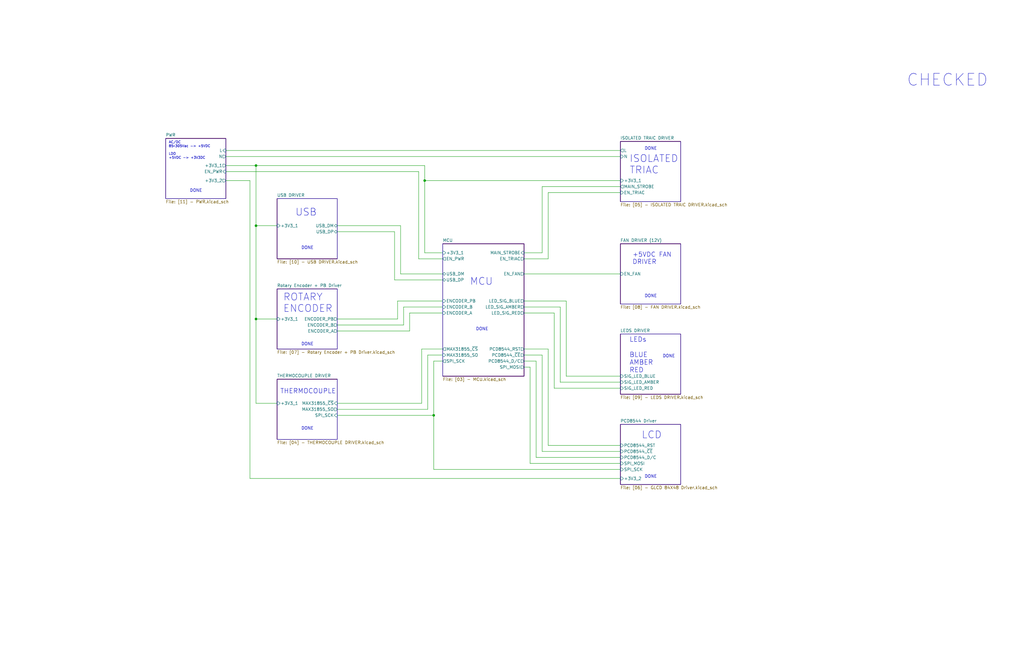
<source format=kicad_sch>
(kicad_sch (version 20230121) (generator eeschema)
  (paper "B")
  (lib_symbols)
  (junction (at 107.95 95.25))
  (junction (at 179.07 76.2))
  (junction (at 107.95 69.85))
  (junction (at 182.88 175.26))
  (junction (at 107.95 134.62))
  (wire (pts (xy 223.52 195.58) (xy 261.62 195.58)))
  (wire (pts (xy 228.6 149.86) (xy 228.6 190.5)))
  (wire (pts (xy 142.24 137.16) (xy 170.18 137.16)))
  (wire (pts (xy 179.07 76.2) (xy 261.62 76.2)))
  (wire (pts (xy 95.25 66.04) (xy 261.62 66.04)))
  (wire (pts (xy 228.6 106.68) (xy 228.6 78.74)))
  (wire (pts (xy 238.76 127) (xy 238.76 158.75)))
  (wire (pts (xy 261.62 161.29) (xy 236.22 161.29)))
  (wire (pts (xy 142.24 134.62) (xy 167.64 134.62)))
  (wire (pts (xy 142.24 139.7) (xy 172.72 139.7)))
  (wire (pts (xy 167.64 127) (xy 186.69 127)))
  (wire (pts (xy 95.25 63.5) (xy 261.62 63.5)))
  (wire (pts (xy 168.91 115.57) (xy 186.69 115.57)))
  (wire (pts (xy 186.69 149.86) (xy 180.34 149.86)))
  (wire (pts (xy 105.41 76.2) (xy 105.41 201.93)))
  (wire (pts (xy 107.95 95.25) (xy 116.84 95.25)))
  (wire (pts (xy 179.07 69.85) (xy 179.07 76.2)))
  (wire (pts (xy 176.53 109.22) (xy 186.69 109.22)))
  (wire (pts (xy 142.24 95.25) (xy 168.91 95.25)))
  (wire (pts (xy 186.69 118.11) (xy 166.37 118.11)))
  (wire (pts (xy 182.88 175.26) (xy 142.24 175.26)))
  (wire (pts (xy 228.6 190.5) (xy 261.62 190.5)))
  (wire (pts (xy 172.72 132.08) (xy 186.69 132.08)))
  (wire (pts (xy 231.14 187.96) (xy 261.62 187.96)))
  (wire (pts (xy 176.53 72.39) (xy 176.53 109.22)))
  (wire (pts (xy 95.25 72.39) (xy 176.53 72.39)))
  (wire (pts (xy 167.64 134.62) (xy 167.64 127)))
  (wire (pts (xy 220.98 152.4) (xy 226.06 152.4)))
  (wire (pts (xy 168.91 95.25) (xy 168.91 115.57)))
  (wire (pts (xy 220.98 106.68) (xy 228.6 106.68)))
  (wire (pts (xy 177.8 147.32) (xy 177.8 170.18)))
  (wire (pts (xy 170.18 129.54) (xy 186.69 129.54)))
  (wire (pts (xy 233.68 163.83) (xy 233.68 132.08)))
  (wire (pts (xy 220.98 115.57) (xy 261.62 115.57)))
  (wire (pts (xy 182.88 198.12) (xy 182.88 175.26)))
  (wire (pts (xy 105.41 201.93) (xy 261.62 201.93)))
  (wire (pts (xy 236.22 161.29) (xy 236.22 129.54)))
  (wire (pts (xy 226.06 193.04) (xy 261.62 193.04)))
  (wire (pts (xy 220.98 129.54) (xy 236.22 129.54)))
  (wire (pts (xy 166.37 97.79) (xy 142.24 97.79)))
  (wire (pts (xy 231.14 109.22) (xy 231.14 81.28)))
  (wire (pts (xy 182.88 152.4) (xy 182.88 175.26)))
  (wire (pts (xy 220.98 127) (xy 238.76 127)))
  (wire (pts (xy 226.06 152.4) (xy 226.06 193.04)))
  (wire (pts (xy 107.95 134.62) (xy 107.95 95.25)))
  (wire (pts (xy 107.95 95.25) (xy 107.95 69.85)))
  (wire (pts (xy 261.62 163.83) (xy 233.68 163.83)))
  (wire (pts (xy 220.98 149.86) (xy 228.6 149.86)))
  (wire (pts (xy 107.95 134.62) (xy 116.84 134.62)))
  (wire (pts (xy 107.95 69.85) (xy 179.07 69.85)))
  (wire (pts (xy 166.37 118.11) (xy 166.37 97.79)))
  (wire (pts (xy 231.14 81.28) (xy 261.62 81.28)))
  (wire (pts (xy 223.52 154.94) (xy 223.52 195.58)))
  (wire (pts (xy 172.72 139.7) (xy 172.72 132.08)))
  (wire (pts (xy 180.34 149.86) (xy 180.34 172.72)))
  (wire (pts (xy 186.69 147.32) (xy 177.8 147.32)))
  (wire (pts (xy 116.84 170.18) (xy 107.95 170.18)))
  (wire (pts (xy 220.98 109.22) (xy 231.14 109.22)))
  (wire (pts (xy 228.6 78.74) (xy 261.62 78.74)))
  (wire (pts (xy 107.95 170.18) (xy 107.95 134.62)))
  (wire (pts (xy 238.76 158.75) (xy 261.62 158.75)))
  (wire (pts (xy 231.14 147.32) (xy 231.14 187.96)))
  (wire (pts (xy 220.98 147.32) (xy 231.14 147.32)))
  (wire (pts (xy 233.68 132.08) (xy 220.98 132.08)))
  (wire (pts (xy 95.25 76.2) (xy 105.41 76.2)))
  (wire (pts (xy 179.07 76.2) (xy 179.07 106.68)))
  (wire (pts (xy 261.62 198.12) (xy 182.88 198.12)))
  (wire (pts (xy 177.8 170.18) (xy 142.24 170.18)))
  (wire (pts (xy 220.98 154.94) (xy 223.52 154.94)))
  (wire (pts (xy 179.07 106.68) (xy 186.69 106.68)))
  (wire (pts (xy 186.69 152.4) (xy 182.88 152.4)))
  (wire (pts (xy 170.18 137.16) (xy 170.18 129.54)))
  (wire (pts (xy 95.25 69.85) (xy 107.95 69.85)))
  (wire (pts (xy 180.34 172.72) (xy 142.24 172.72)))
  (rectangle (start 69.85 58.42) (end 95.25 83.82))
  (rectangle (start 261.62 140.97) (end 287.02 166.37))
  (rectangle (start 116.84 160.02) (end 142.24 185.42))
  (rectangle (start 261.62 59.69) (end 287.02 85.09))
  (rectangle (start 116.84 83.82) (end 142.24 109.22))
  (rectangle (start 116.84 121.92) (end 142.24 147.32))
  (rectangle (start 261.62 179.07) (end 287.02 204.47))
  (rectangle (start 261.62 102.87) (end 287.02 128.27))
  (rectangle (start 186.69 102.87) (end 220.98 158.75))
  (text "DONE" (at 127 181.61 0) (effects (font (size 1.27 1.27)) (justify left bottom)))
  (text "DONE" (at 127 146.05 0) (effects (font (size 1.27 1.27)) (justify left bottom)))
  (text "MCU" (at 198.12 120.65 0) (effects (font (size 3 3)) (justify left bottom)))
  (text "THERMOCOUPLE\n" (at 118.11 166.37 0) (effects (font (size 2 2)) (justify left bottom)))
  (text "AC/DC\n85~305Vac -> +5VDC\n\nLDO\n+5VDC -> +3V3DC" (at 71.12 67.31 0) (effects (font (size 1.016 1.016)) (justify left bottom)))
  (text "CHECKED" (at 382.27 36.83 0) (effects (font (size 5 5)) (justify left bottom)))
  (text "DONE" (at 200.66 139.7 0) (effects (font (size 1.27 1.27)) (justify left bottom)))
  (text "DONE" (at 279.4 151.13 0) (effects (font (size 1.27 1.27)) (justify left bottom)))
  (text "USB" (at 124.46 91.44 0) (effects (font (size 3 3)) (justify left bottom)))
  (text "DONE" (at 271.78 125.73 0) (effects (font (size 1.27 1.27)) (justify left bottom)))
  (text "LCD" (at 270.51 185.42 0) (effects (font (size 3 3)) (justify left bottom)))
  (text "DONE" (at 271.78 201.93 0) (effects (font (size 1.27 1.27)) (justify left bottom)))
  (text "DONE" (at 80.01 81.28 0) (effects (font (size 1.27 1.27)) (justify left bottom)))
  (text "ROTARY\nENCODER" (at 119.38 132.08 0) (effects (font (size 3 3)) (justify left bottom)))
  (text "ISOLATED\nTRIAC" (at 265.43 73.66 0) (effects (font (size 3 3)) (justify left bottom)))
  (text "LEDs\n\nBLUE\nAMBER\nRED" (at 265.43 157.48 0) (effects (font (size 2 2)) (justify left bottom)))
  (text "DONE" (at 127 105.41 0) (effects (font (size 1.27 1.27)) (justify left bottom)))
  (text "+5VDC FAN\nDRIVER" (at 266.7 111.76 0) (effects (font (size 1.905 1.905)) (justify left bottom)))
  (text "DONE" (at 271.78 63.5 0) (effects (font (size 1.27 1.27)) (justify left bottom)))
  (sheet (at 116.84 83.82) (size 25.4 25.4) (stroke (width 0.1524))
    (property "Sheetname" "USB DRIVER" (at 116.84 83.1084 0) (effects (justify left bottom)))
    (property "Sheetfile" "[10] - USB DRIVER.kicad_sch" (at 116.84 109.8046 0) (effects (justify left top)))
    (pin "USB_DP" bidirectional (at 142.24 97.79 0))
    (pin "USB_DM" bidirectional (at 142.24 95.25 0))
    (pin "+3V3_1" input (at 116.84 95.25 180))
  )
  (sheet (at 261.62 140.97) (size 25.4 25.4) (stroke (width 0.1524))
    (property "Sheetname" "LEDS DRIVER" (at 261.62 140.2584 0) (effects (justify left bottom)))
    (property "Sheetfile" "[09] - LEDS DRIVER.kicad_sch" (at 261.62 166.9546 0) (effects (justify left top)))
    (pin "SIG_LED_BLUE" input (at 261.62 158.75 180))
    (pin "SIG_LED_AMBER" input (at 261.62 161.29 180))
    (pin "SIG_LED_RED" input (at 261.62 163.83 180))
  )
  (sheet (at 69.85 58.42) (size 25.4 25.4) (stroke (width 0.1524))
    (property "Sheetname" "PWR " (at 69.85 57.7084 0) (effects (justify left bottom)))
    (property "Sheetfile" "[11] - PWR.kicad_sch" (at 69.85 84.4046 0) (effects (justify left top)))
    (pin "+3V3_2" output (at 95.25 76.2 0))
    (pin "+3V3_1" output (at 95.25 69.85 0))
    (pin "N" output (at 95.25 66.04 0))
    (pin "L" input (at 95.25 63.5 0))
    (pin "EN_PWR" input (at 95.25 72.39 0))
  )
  (sheet (at 261.62 179.07) (size 25.4 25.4) (stroke (width 0.1524))
    (property "Sheetname" "PCD8544 Driver" (at 261.62 178.3584 0) (effects (justify left bottom)))
    (property "Sheetfile" "[06] - GLCD 84X48 Driver.kicad_sch" (at 261.62 205.0546 0) (effects (justify left top)))
    (pin "PCD8544_RST" input (at 261.62 187.96 180))
    (pin "SPI_MOSI" input (at 261.62 195.58 180))
    (pin "PCD8544_~{CE}" input (at 261.62 190.5 180))
    (pin "PCD8544_D{slash}C" input (at 261.62 193.04 180))
    (pin "SPI_SCK" input (at 261.62 198.12 180))
    (pin "+3V3_2" input (at 261.62 201.93 180))
  )
  (sheet (at 116.84 160.02) (size 25.4 25.4) (stroke (width 0.1524))
    (property "Sheetname" "THERMOCOUPLE DRIVER" (at 116.84 159.3084 0) (effects (justify left bottom)))
    (property "Sheetfile" "[04] - THERMOCOUPLE DRIVER.kicad_sch" (at 116.84 186.0046 0) (effects (justify left top)))
    (pin "+3V3_1" input (at 116.84 170.18 180))
    (pin "SPI_SCK" input (at 142.24 175.26 0))
    (pin "MAX31855_SO" output (at 142.24 172.72 0))
    (pin "MAX31855_~{CS}" input (at 142.24 170.18 0))
  )
  (sheet (at 261.62 102.87) (size 25.4 25.4) (stroke (width 0.1524))
    (property "Sheetname" "FAN DRIVER (12V)" (at 261.62 102.1584 0) (effects (justify left bottom)))
    (property "Sheetfile" "[08] - FAN DRIVER.kicad_sch" (at 261.62 128.8546 0) (effects (justify left top)))
    (pin "EN_FAN" input (at 261.62 115.57 180))
  )
  (sheet (at 261.62 59.69) (size 25.4 25.4) (stroke (width 0.1524))
    (property "Sheetname" "ISOLATED TRAIC DRIVER" (at 261.62 58.9784 0) (effects (justify left bottom)))
    (property "Sheetfile" "[05] - ISOLATED TRAIC DRIVER.kicad_sch" (at 261.62 85.6746 0) (effects (justify left top)))
    (pin "EN_TRIAC" input (at 261.62 81.28 180))
    (pin "MAIN_STROBE" output (at 261.62 78.74 180))
    (pin "N" input (at 261.62 66.04 180))
    (pin "L" output (at 261.62 63.5 180))
    (pin "+3V3_1" input (at 261.62 76.2 180))
  )
  (sheet (at 116.84 121.92) (size 25.4 25.4) (stroke (width 0.1524))
    (property "Sheetname" "Rotary Encoder + PB Driver" (at 116.84 121.2084 0) (effects (justify left bottom)))
    (property "Sheetfile" "[07] - Rotary Encoder + PB Driver.kicad_sch" (at 116.84 147.9046 0) (effects (justify left top)))
    (pin "ENCODER_PB" output (at 142.24 134.62 0))
    (pin "ENCODER_B" output (at 142.24 137.16 0))
    (pin "ENCODER_A" output (at 142.24 139.7 0))
    (pin "+3V3_1" input (at 116.84 134.62 180))
  )
  (sheet (at 186.69 102.87) (size 34.29 55.88) (stroke (width 0.1524))
    (property "Sheetname" "MCU" (at 186.69 102.1584 0) (effects (justify left bottom)))
    (property "Sheetfile" "[03] - MCU.kicad_sch" (at 186.69 159.3346 0) (effects (justify left top)))
    (pin "EN_TRIAC" output (at 220.98 109.22 0))
    (pin "LED_SIG_AMBER" output (at 220.98 129.54 0))
    (pin "EN_FAN" output (at 220.98 115.57 0))
    (pin "+3V3_1" input (at 186.69 106.68 180))
    (pin "SPI_SCK" output (at 186.69 152.4 180))
    (pin "SPI_MOSI" output (at 220.98 154.94 0))
    (pin "MAX31855_SO" input (at 186.69 149.86 180))
    (pin "ENCODER_A" input (at 186.69 132.08 180))
    (pin "ENCODER_B" input (at 186.69 129.54 180))
    (pin "EN_PWR" output (at 186.69 109.22 180))
    (pin "PCD8544_D{slash}C" output (at 220.98 152.4 0))
    (pin "LED_SIG_BLUE" output (at 220.98 127 0))
    (pin "PCD8544_~{CE}" output (at 220.98 149.86 0))
    (pin "PCD8544_RST" output (at 220.98 147.32 0))
    (pin "MAX31855_~{CS}" output (at 186.69 147.32 180))
    (pin "LED_SIG_RED" output (at 220.98 132.08 0))
    (pin "ENCODER_PB" input (at 186.69 127 180))
    (pin "MAIN_STROBE" input (at 220.98 106.68 0))
    (pin "USB_DM" bidirectional (at 186.69 115.57 180))
    (pin "USB_DP" bidirectional (at 186.69 118.11 180))
  )
)
</source>
